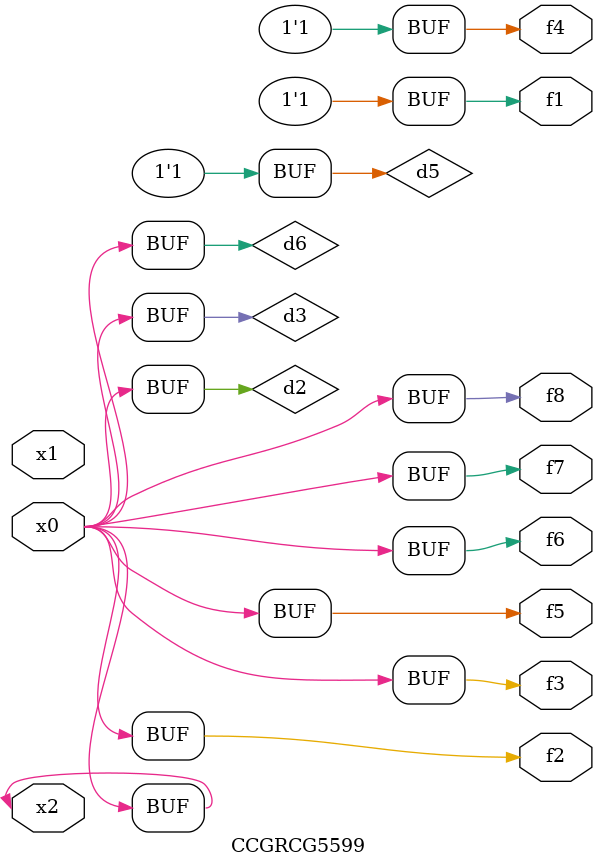
<source format=v>
module CCGRCG5599(
	input x0, x1, x2,
	output f1, f2, f3, f4, f5, f6, f7, f8
);

	wire d1, d2, d3, d4, d5, d6;

	xnor (d1, x2);
	buf (d2, x0, x2);
	and (d3, x0);
	xnor (d4, x1, x2);
	nand (d5, d1, d3);
	buf (d6, d2, d3);
	assign f1 = d5;
	assign f2 = d6;
	assign f3 = d6;
	assign f4 = d5;
	assign f5 = d6;
	assign f6 = d6;
	assign f7 = d6;
	assign f8 = d6;
endmodule

</source>
